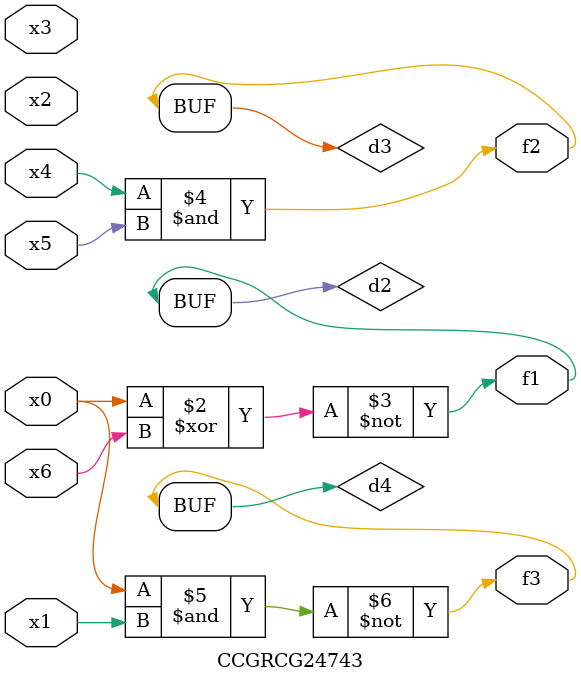
<source format=v>
module CCGRCG24743(
	input x0, x1, x2, x3, x4, x5, x6,
	output f1, f2, f3
);

	wire d1, d2, d3, d4;

	nor (d1, x0);
	xnor (d2, x0, x6);
	and (d3, x4, x5);
	nand (d4, x0, x1);
	assign f1 = d2;
	assign f2 = d3;
	assign f3 = d4;
endmodule

</source>
